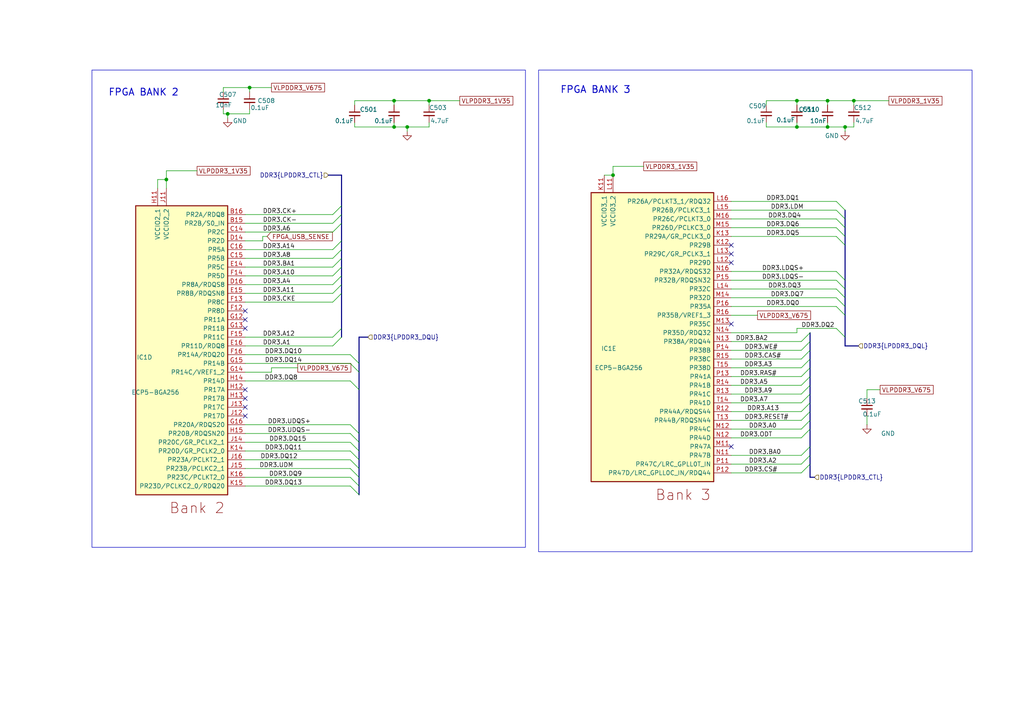
<source format=kicad_sch>
(kicad_sch (version 20250114) (generator "eeschema") (generator_version "9.0")
  (paper "A4")
  (lib_symbols
    (symbol "Device:C_Small" (pin_numbers (hide yes)) (pin_names (offset 0.254) (hide yes))
      (property "Reference" "C" (at 0.254 1.778 0))
      (property "Value" "C_Small" (at 0.254 -2.032 0))
      (symbol "C_Small_0_1"
        (polyline (pts (xy -1.524 0.508) (xy 1.524 0.508)) (stroke (width 0.3048)))
        (polyline (pts (xy -1.524 -0.508) (xy 1.524 -0.508)) (stroke (width 0.3302)))
      )
      (symbol "C_Small_1_1"
        (pin passive line (at 0 2.54 270) (length 2.032) (name "~") (number "1"))
        (pin passive line (at 0 -2.54 90) (length 2.032) (name "~") (number "2"))
      )
    )
    (symbol "iw-fpga_mcu:ECP5-BGA256" (pin_names (offset 0.762))
      (property "Reference" "IC" (at 1.27 45.72 0))
      (property "Value" "ECP5-BGA256" (at 1.27 43.18 0))
      (symbol "ECP5-BGA256_1_0"
        (rectangle (start -13.97 35.56) (end 13.97 -35.56) (stroke (width 0.3048)) (fill (type background)))
      )
      (symbol "ECP5-BGA256_1_1"
        (text "FPGA Supplies" (at 0 -39.37 0) (effects (font (size 2.9972 2.9972))))
        (pin power_in line (at -19.05 33.02 0) (length 5.08) (name "VCC_1") (number "G6"))
        (pin power_in line (at -19.05 30.48 0) (length 5.08) (name "VCC_2") (number "G7"))
        (pin power_in line (at -19.05 27.94 0) (length 5.08) (name "VCC_3") (number "G9"))
        (pin power_in line (at -19.05 25.4 0) (length 5.08) (name "VCC_4") (number "L8"))
        (pin power_in line (at -19.05 22.86 0) (length 5.08) (name "VCC_5") (number "L9"))
        (pin power_in line (at -19.05 20.32 0) (length 5.08) (name "VCC_6") (number "L10"))
        (pin power_in line (at -19.05 -30.48 0) (length 5.08) (name "VCCAUX_1") (number "G11"))
        (pin power_in line (at -19.05 -33.02 0) (length 5.08) (name "VCCAUX_2") (number "L7"))
        (pin power_in line (at 19.05 33.02 180) (length 5.08) (name "GND_1") (number "A1"))
        (pin power_in line (at 19.05 30.48 180) (length 5.08) (name "GND_2") (number "A16"))
        (pin power_in line (at 19.05 27.94 180) (length 5.08) (name "GND_3") (number "D2"))
        (pin power_in line (at 19.05 25.4 180) (length 5.08) (name "GND_4") (number "D15"))
        (pin power_in line (at 19.05 22.86 180) (length 5.08) (name "GND_5") (number "F8"))
        (pin power_in line (at 19.05 20.32 180) (length 5.08) (name "GND_6") (number "F9"))
        (pin power_in line (at 19.05 17.78 180) (length 5.08) (name "GND_7") (number "G8"))
        (pin power_in line (at 19.05 15.24 180) (length 5.08) (name "GND_8") (number "G10"))
        (pin power_in line (at 19.05 12.7 180) (length 5.08) (name "GND_9") (number "H1"))
        (pin power_in line (at 19.05 10.16 180) (length 5.08) (name "GND_10") (number "H8"))
        (pin power_in line (at 19.05 7.62 180) (length 5.08) (name "GND_11") (number "H9"))
        (pin power_in line (at 19.05 5.08 180) (length 5.08) (name "GND_12") (number "H10"))
        (pin power_in line (at 19.05 2.54 180) (length 5.08) (name "GND_13") (number "H16"))
        (pin power_in line (at 19.05 0 180) (length 5.08) (name "GND_14") (number "J8"))
        (pin power_in line (at 19.05 -2.54 180) (length 5.08) (name "GND_15") (number "J9"))
        (pin power_in line (at 19.05 -5.08 180) (length 5.08) (name "GND_16") (number "J10"))
        (pin power_in line (at 19.05 -7.62 180) (length 5.08) (name "GND_17") (number "K6"))
        (pin power_in line (at 19.05 -10.16 180) (length 5.08) (name "GND_18") (number "K7"))
        (pin power_in line (at 19.05 -12.7 180) (length 5.08) (name "GND_19") (number "K8"))
        (pin power_in line (at 19.05 -15.24 180) (length 5.08) (name "GND_20") (number "K9"))
        (pin power_in line (at 19.05 -17.78 180) (length 5.08) (name "GND_21") (number "K10"))
        (pin power_in line (at 19.05 -20.32 180) (length 5.08) (name "GND_22") (number "N2"))
        (pin power_in line (at 19.05 -22.86 180) (length 5.08) (name "GND_23") (number "N15"))
        (pin power_in line (at 19.05 -25.4 180) (length 5.08) (name "GND_24") (number "T1"))
        (pin power_in line (at 19.05 -27.94 180) (length 5.08) (name "GND_25") (number "T5"))
        (pin power_in line (at 19.05 -30.48 180) (length 5.08) (name "GND_26") (number "T12"))
        (pin power_in line (at 19.05 -33.02 180) (length 5.08) (name "GND_27") (number "T16"))
      )
      (symbol "ECP5-BGA256_2_1"
        (rectangle (start -19.05 31.75) (end 8.89 -31.75) (stroke (width 0.3048)) (fill (type background)))
        (text "Bank 0" (at 0 -35.56 0) (effects (font (size 2.9972 2.9972))))
        (pin power_in line (at -13.97 36.83 270) (length 5.08) (name "VCCIO0_2") (number "F7"))
        (pin power_in line (at -11.43 36.83 270) (length 5.08) (name "VCCIO0_1") (number "F6"))
        (pin bidirectional line (at 13.97 29.21 180) (length 5.08) (name "PT4A") (number "A2"))
        (pin bidirectional line (at 13.97 26.67 180) (length 5.08) (name "PT4B") (number "B3"))
        (pin bidirectional line (at 13.97 24.13 180) (length 5.08) (name "PT6A") (number "A3"))
        (pin bidirectional line (at 13.97 21.59 180) (length 5.08) (name "PT6B") (number "A4"))
        (pin bidirectional line (at 13.97 19.05 180) (length 5.08) (name "PT9A") (number "E4"))
        (pin bidirectional line (at 13.97 16.51 180) (length 5.08) (name "PT9B") (number "D4"))
        (pin bidirectional line (at 13.97 13.97 180) (length 5.08) (name "PT11A") (number "C4"))
        (pin bidirectional line (at 13.97 11.43 180) (length 5.08) (name "PT11B") (number "B4"))
        (pin bidirectional line (at 13.97 8.89 180) (length 5.08) (name "PT13A") (number "E5"))
        (pin bidirectional line (at 13.97 6.35 180) (length 5.08) (name "PT13B") (number "D5"))
        (pin bidirectional line (at 13.97 3.81 180) (length 5.08) (name "PT15A") (number "C5"))
        (pin bidirectional line (at 13.97 1.27 180) (length 5.08) (name "PT15B") (number "B5"))
        (pin bidirectional line (at 13.97 -1.27 180) (length 5.08) (name "PT18A") (number "A5"))
        (pin bidirectional line (at 13.97 -3.81 180) (length 5.08) (name "PT18B") (number "A6"))
        (pin bidirectional line (at 13.97 -6.35 180) (length 5.08) (name "PT20A") (number "E6"))
        (pin bidirectional line (at 13.97 -8.89 180) (length 5.08) (name "PT20B") (number "D6"))
        (pin bidirectional line (at 13.97 -11.43 180) (length 5.08) (name "PT22A") (number "C6"))
        (pin bidirectional line (at 13.97 -13.97 180) (length 5.08) (name "PT22B") (number "B6"))
        (pin bidirectional line (at 13.97 -16.51 180) (length 5.08) (name "PT24A/GR_PCLK0_1") (number "E7"))
        (pin bidirectional line (at 13.97 -19.05 180) (length 5.08) (name "PT24B/GR_PCLK0_0") (number "D7"))
        (pin bidirectional line (at 13.97 -21.59 180) (length 5.08) (name "PT27A/PCLKT0_1") (number "C7"))
        (pin bidirectional line (at 13.97 -24.13 180) (length 5.08) (name "PT27B/PCLKC0_1") (number "B7"))
        (pin bidirectional line (at 13.97 -26.67 180) (length 5.08) (name "PT29A/PCLKT0_0") (number "A7"))
        (pin bidirectional line (at 13.97 -29.21 180) (length 5.08) (name "PT29B/PCLKC0_0") (number "A8"))
      )
      (symbol "ECP5-BGA256_3_0"
        (rectangle (start -17.78 41.91) (end 8.89 -41.91) (stroke (width 0.3048)) (fill (type background)))
      )
      (symbol "ECP5-BGA256_3_1"
        (text "Bank 1" (at 0 -45.72 0) (effects (font (size 2.9972 2.9972))))
        (pin power_in line (at -13.97 46.99 270) (length 5.08) (name "VCCIO1_2") (number "F11"))
        (pin power_in line (at -11.43 46.99 270) (length 5.08) (name "VCCIO1_1") (number "F10"))
        (pin bidirectional line (at 13.97 39.37 180) (length 5.08) (name "PT33A/PCLKT1_1") (number "E8"))
        (pin bidirectional line (at 13.97 36.83 180) (length 5.08) (name "PT33B/PCLKC1_1") (number "D8"))
        (pin bidirectional line (at 13.97 34.29 180) (length 5.08) (name "PT35A/PCLKT1_0") (number "C8"))
        (pin bidirectional line (at 13.97 31.75 180) (length 5.08) (name "PT35B/PCLKC1_0") (number "B8"))
        (pin bidirectional line (at 13.97 29.21 180) (length 5.08) (name "PT38A/GR_PCLK1_0") (number "B9"))
        (pin bidirectional line (at 13.97 26.67 180) (length 5.08) (name "PT38B/GR_PCLK1_1") (number "C9"))
        (pin bidirectional line (at 13.97 24.13 180) (length 5.08) (name "PT40A") (number "D9"))
        (pin bidirectional line (at 13.97 21.59 180) (length 5.08) (name "PT40B") (number "E9"))
        (pin bidirectional line (at 13.97 19.05 180) (length 5.08) (name "PT42A") (number "A9"))
        (pin bidirectional line (at 13.97 16.51 180) (length 5.08) (name "PT42B") (number "A10"))
        (pin bidirectional line (at 13.97 13.97 180) (length 5.08) (name "PT44A") (number "B10"))
        (pin bidirectional line (at 13.97 11.43 180) (length 5.08) (name "PT44B") (number "C10"))
        (pin bidirectional line (at 13.97 8.89 180) (length 5.08) (name "PT47A") (number "D10"))
        (pin bidirectional line (at 13.97 6.35 180) (length 5.08) (name "PT47B") (number "E10"))
        (pin bidirectional line (at 13.97 3.81 180) (length 5.08) (name "PT49A") (number "B11"))
        (pin bidirectional line (at 13.97 1.27 180) (length 5.08) (name "PT49B") (number "C11"))
        (pin bidirectional line (at 13.97 -1.27 180) (length 5.08) (name "PT51A") (number "D11"))
        (pin bidirectional line (at 13.97 -3.81 180) (length 5.08) (name "PT51B") (number "E11"))
        (pin bidirectional line (at 13.97 -6.35 180) (length 5.08) (name "PT53A") (number "A11"))
        (pin bidirectional line (at 13.97 -8.89 180) (length 5.08) (name "PT53B") (number "A12"))
        (pin bidirectional line (at 13.97 -11.43 180) (length 5.08) (name "PT56A") (number "B12"))
        (pin bidirectional line (at 13.97 -13.97 180) (length 5.08) (name "PT56B") (number "C12"))
        (pin bidirectional line (at 13.97 -16.51 180) (length 5.08) (name "PT58A") (number "D12"))
        (pin bidirectional line (at 13.97 -19.05 180) (length 5.08) (name "PT58B") (number "E12"))
        (pin bidirectional line (at 13.97 -21.59 180) (length 5.08) (name "PT60A") (number "B13"))
        (pin bidirectional line (at 13.97 -24.13 180) (length 5.08) (name "PT60B") (number "C13"))
        (pin bidirectional line (at 13.97 -26.67 180) (length 5.08) (name "PT62A") (number "D13"))
        (pin bidirectional line (at 13.97 -29.21 180) (length 5.08) (name "PT62B") (number "E13"))
        (pin bidirectional line (at 13.97 -31.75 180) (length 5.08) (name "PT65A") (number "A13"))
        (pin bidirectional line (at 13.97 -34.29 180) (length 5.08) (name "PT65B") (number "A14"))
        (pin bidirectional line (at 13.97 -36.83 180) (length 5.08) (name "PT67A") (number "B14"))
        (pin bidirectional line (at 13.97 -39.37 180) (length 5.08) (name "PT67B") (number "A15"))
      )
      (symbol "ECP5-BGA256_4_1"
        (rectangle (start -17.78 41.91) (end 8.89 -41.91) (stroke (width 0.3048)) (fill (type background)))
        (text "Bank 2" (at 0 -45.72 0) (effects (font (size 2.9972 2.9972))))
        (pin power_in line (at -11.43 46.99 270) (length 5.08) (name "VCCIO2_1") (number "H11"))
        (pin power_in line (at -8.89 46.99 270) (length 5.08) (name "VCCIO2_2") (number "J11"))
        (pin bidirectional line (at 13.97 39.37 180) (length 5.08) (name "PR2A/RDQ8") (number "B16"))
        (pin bidirectional line (at 13.97 36.83 180) (length 5.08) (name "PR2B/S0_IN") (number "B15"))
        (pin bidirectional line (at 13.97 34.29 180) (length 5.08) (name "PR2C") (number "C14"))
        (pin bidirectional line (at 13.97 31.75 180) (length 5.08) (name "PR2D") (number "D14"))
        (pin bidirectional line (at 13.97 29.21 180) (length 5.08) (name "PR5A") (number "C16"))
        (pin bidirectional line (at 13.97 26.67 180) (length 5.08) (name "PR5B") (number "C15"))
        (pin bidirectional line (at 13.97 24.13 180) (length 5.08) (name "PR5C") (number "E14"))
        (pin bidirectional line (at 13.97 21.59 180) (length 5.08) (name "PR5D") (number "F14"))
        (pin bidirectional line (at 13.97 19.05 180) (length 5.08) (name "PR8A/RDQS8") (number "D16"))
        (pin bidirectional line (at 13.97 16.51 180) (length 5.08) (name "PR8B/RDQSN8") (number "E15"))
        (pin bidirectional line (at 13.97 13.97 180) (length 5.08) (name "PR8C") (number "F13"))
        (pin bidirectional line (at 13.97 11.43 180) (length 5.08) (name "PR8D") (number "F12"))
        (pin bidirectional line (at 13.97 8.89 180) (length 5.08) (name "PR11A") (number "G12"))
        (pin bidirectional line (at 13.97 6.35 180) (length 5.08) (name "PR11B") (number "G13"))
        (pin bidirectional line (at 13.97 3.81 180) (length 5.08) (name "PR11C") (number "F15"))
        (pin bidirectional line (at 13.97 1.27 180) (length 5.08) (name "PR11D/RDQ8") (number "E16"))
        (pin bidirectional line (at 13.97 -1.27 180) (length 5.08) (name "PR14A/RDQ20") (number "F16"))
        (pin bidirectional line (at 13.97 -3.81 180) (length 5.08) (name "PR14B") (number "G15"))
        (pin bidirectional line (at 13.97 -6.35 180) (length 5.08) (name "PR14C/VREF1_2") (number "G14"))
        (pin bidirectional line (at 13.97 -8.89 180) (length 5.08) (name "PR14D") (number "H14"))
        (pin bidirectional line (at 13.97 -11.43 180) (length 5.08) (name "PR17A") (number "H12"))
        (pin bidirectional line (at 13.97 -13.97 180) (length 5.08) (name "PR17B") (number "H13"))
        (pin bidirectional line (at 13.97 -16.51 180) (length 5.08) (name "PR17C") (number "J13"))
        (pin bidirectional line (at 13.97 -19.05 180) (length 5.08) (name "PR17D") (number "J12"))
        (pin bidirectional line (at 13.97 -21.59 180) (length 5.08) (name "PR20A/RDQS20") (number "G16"))
        (pin bidirectional line (at 13.97 -24.13 180) (length 5.08) (name "PR20B/RDQSN20") (number "H15"))
        (pin bidirectional line (at 13.97 -26.67 180) (length 5.08) (name "PR20C/GR_PCLK2_1") (number "J14"))
        (pin bidirectional line (at 13.97 -29.21 180) (length 5.08) (name "PR20D/GR_PCLK2_0") (number "K14"))
        (pin bidirectional line (at 13.97 -31.75 180) (length 5.08) (name "PR23A/PCLKT2_1") (number "J16"))
        (pin bidirectional line (at 13.97 -34.29 180) (length 5.08) (name "PR23B/PCLKC2_1") (number "J15"))
        (pin bidirectional line (at 13.97 -36.83 180) (length 5.08) (name "PR23C/PCLKT2_0") (number "K16"))
        (pin bidirectional line (at 13.97 -39.37 180) (length 5.08) (name "PR23D/PCLKC2_0/RDQ20") (number "K15"))
      )
      (symbol "ECP5-BGA256_5_0"
        (rectangle (start -26.67 41.91) (end 8.89 -41.91) (stroke (width 0.3048)) (fill (type background)))
      )
      (symbol "ECP5-BGA256_5_1"
        (text "Bank 3" (at 0 -45.72 0) (effects (font (size 2.9972 2.9972))))
        (pin power_in line (at -22.86 46.99 270) (length 5.08) (name "VCCIO3_1") (number "K11"))
        (pin power_in line (at -20.32 46.99 270) (length 5.08) (name "VCCIO3_2") (number "L11"))
        (pin bidirectional line (at 13.97 39.37 180) (length 5.08) (name "PR26A/PCLKT3_1/RDQ32") (number "L16"))
        (pin bidirectional line (at 13.97 36.83 180) (length 5.08) (name "PR26B/PCLKC3_1") (number "L15"))
        (pin bidirectional line (at 13.97 34.29 180) (length 5.08) (name "PR26C/PCLKT3_0") (number "M16"))
        (pin bidirectional line (at 13.97 31.75 180) (length 5.08) (name "PR26D/PCLKC3_0") (number "M15"))
        (pin bidirectional line (at 13.97 29.21 180) (length 5.08) (name "PR29A/GR_PCLK3_0") (number "K13"))
        (pin bidirectional line (at 13.97 26.67 180) (length 5.08) (name "PR29B") (number "K12"))
        (pin bidirectional line (at 13.97 24.13 180) (length 5.08) (name "PR29C/GR_PCLK3_1") (number "L13"))
        (pin bidirectional line (at 13.97 21.59 180) (length 5.08) (name "PR29D") (number "L12"))
        (pin bidirectional line (at 13.97 19.05 180) (length 5.08) (name "PR32A/RDQS32") (number "N16"))
        (pin bidirectional line (at 13.97 16.51 180) (length 5.08) (name "PR32B/RDQSN32") (number "P15"))
        (pin bidirectional line (at 13.97 13.97 180) (length 5.08) (name "PR32C") (number "L14"))
        (pin bidirectional line (at 13.97 11.43 180) (length 5.08) (name "PR32D") (number "M14"))
        (pin bidirectional line (at 13.97 8.89 180) (length 5.08) (name "PR35A") (number "P16"))
        (pin bidirectional line (at 13.97 6.35 180) (length 5.08) (name "PR35B/VREF1_3") (number "R16"))
        (pin bidirectional line (at 13.97 3.81 180) (length 5.08) (name "PR35C") (number "M13"))
        (pin bidirectional line (at 13.97 1.27 180) (length 5.08) (name "PR35D/RDQ32") (number "N14"))
        (pin bidirectional line (at 13.97 -1.27 180) (length 5.08) (name "PR38A/RDQ44") (number "N13"))
        (pin bidirectional line (at 13.97 -3.81 180) (length 5.08) (name "PR38B") (number "P14"))
        (pin bidirectional line (at 13.97 -6.35 180) (length 5.08) (name "PR38C") (number "R15"))
        (pin bidirectional line (at 13.97 -8.89 180) (length 5.08) (name "PR38D") (number "T15"))
        (pin bidirectional line (at 13.97 -11.43 180) (length 5.08) (name "PR41A") (number "P13"))
        (pin bidirectional line (at 13.97 -13.97 180) (length 5.08) (name "PR41B") (number "R14"))
        (pin bidirectional line (at 13.97 -16.51 180) (length 5.08) (name "PR41C") (number "R13"))
        (pin bidirectional line (at 13.97 -19.05 180) (length 5.08) (name "PR41D") (number "T14"))
        (pin bidirectional line (at 13.97 -21.59 180) (length 5.08) (name "PR44A/RDQS44") (number "R12"))
        (pin bidirectional line (at 13.97 -24.13 180) (length 5.08) (name "PR44B/RDQSN44") (number "T13"))
        (pin bidirectional line (at 13.97 -26.67 180) (length 5.08) (name "PR44C") (number "M12"))
        (pin bidirectional line (at 13.97 -29.21 180) (length 5.08) (name "PR44D") (number "N12"))
        (pin bidirectional line (at 13.97 -31.75 180) (length 5.08) (name "PR47A") (number "M11"))
        (pin bidirectional line (at 13.97 -34.29 180) (length 5.08) (name "PR47B") (number "N11"))
        (pin bidirectional line (at 13.97 -36.83 180) (length 5.08) (name "PR47C/LRC_GPLL0T_IN") (number "P11"))
        (pin bidirectional line (at 13.97 -39.37 180) (length 5.08) (name "PR47D/LRC_GPLL0C_IN/RDQ44") (number "P12"))
      )
      (symbol "ECP5-BGA256_6_1"
        (rectangle (start -20.32 41.91) (end 8.89 -41.91) (stroke (width 0.3048)) (fill (type background)))
        (text "Bank 6" (at 0 -45.72 0) (effects (font (size 2.9972 2.9972))))
        (pin power_in line (at -13.97 46.99 270) (length 5.08) (name "VCCIO6_1") (number "J6"))
        (pin power_in line (at -11.43 46.99 270) (length 5.08) (name "VCCIO6_2") (number "J7"))
        (pin bidirectional line (at 13.97 39.37 180) (length 5.08) (name "PL26A/LDQ32/PCLKT6_1") (number "L1"))
        (pin bidirectional line (at 13.97 36.83 180) (length 5.08) (name "PL26B/PCLKC6_1") (number "L2"))
        (pin bidirectional line (at 13.97 34.29 180) (length 5.08) (name "PL26C/PCLKT6_0") (number "M1"))
        (pin bidirectional line (at 13.97 31.75 180) (length 5.08) (name "PL26D/PCLKC6_0") (number "M2"))
        (pin bidirectional line (at 13.97 29.21 180) (length 5.08) (name "PL29A/GR_PCLK6_0") (number "K4"))
        (pin bidirectional line (at 13.97 26.67 180) (length 5.08) (name "PL29B") (number "K5"))
        (pin bidirectional line (at 13.97 24.13 180) (length 5.08) (name "PL29C/PL29C") (number "L4"))
        (pin bidirectional line (at 13.97 21.59 180) (length 5.08) (name "PL29D") (number "L5"))
        (pin bidirectional line (at 13.97 19.05 180) (length 5.08) (name "PL32A/LDQS32") (number "N1"))
        (pin bidirectional line (at 13.97 16.51 180) (length 5.08) (name "PL32B/LDQSN32") (number "P2"))
        (pin bidirectional line (at 13.97 13.97 180) (length 5.08) (name "PL32C") (number "L3"))
        (pin bidirectional line (at 13.97 11.43 180) (length 5.08) (name "PL32D") (number "M3"))
        (pin bidirectional line (at 13.97 8.89 180) (length 5.08) (name "PL35A") (number "P1"))
        (pin bidirectional line (at 13.97 6.35 180) (length 5.08) (name "PL35B/VREF1_6") (number "R1"))
        (pin bidirectional line (at 13.97 3.81 180) (length 5.08) (name "PL35C") (number "M4"))
        (pin bidirectional line (at 13.97 1.27 180) (length 5.08) (name "PL35D") (number "N3"))
        (pin bidirectional line (at 13.97 -1.27 180) (length 5.08) (name "PL38A/LDQ44") (number "N4"))
        (pin bidirectional line (at 13.97 -3.81 180) (length 5.08) (name "PL38B") (number "P3"))
        (pin bidirectional line (at 13.97 -6.35 180) (length 5.08) (name "PL38C") (number "R2"))
        (pin bidirectional line (at 13.97 -8.89 180) (length 5.08) (name "PL38D") (number "T2"))
        (pin bidirectional line (at 13.97 -11.43 180) (length 5.08) (name "PL44A/LDQS44") (number "R5"))
        (pin bidirectional line (at 13.97 -13.97 180) (length 5.08) (name "PL44B/LDQSN44") (number "T4"))
        (pin bidirectional line (at 13.97 -16.51 180) (length 5.08) (name "PL44C") (number "M5"))
        (pin bidirectional line (at 13.97 -19.05 180) (length 5.08) (name "PL44D") (number "N5"))
        (pin bidirectional line (at 13.97 -21.59 180) (length 5.08) (name "PL41A") (number "P4"))
        (pin bidirectional line (at 13.97 -24.13 180) (length 5.08) (name "PL41B") (number "R3"))
        (pin bidirectional line (at 13.97 -26.67 180) (length 5.08) (name "PL41C") (number "R4"))
        (pin bidirectional line (at 13.97 -29.21 180) (length 5.08) (name "PL41D") (number "T3"))
        (pin bidirectional line (at 13.97 -31.75 180) (length 5.08) (name "PL47A") (number "M6"))
        (pin bidirectional line (at 13.97 -34.29 180) (length 5.08) (name "PL47B") (number "N6"))
        (pin bidirectional line (at 13.97 -36.83 180) (length 5.08) (name "PL47D/LLC_GPLL0C_IN") (number "P5"))
        (pin bidirectional line (at 13.97 -39.37 180) (length 5.08) (name "PL47C/LLC_GPLL0T_IN") (number "P6"))
      )
      (symbol "ECP5-BGA256_7_1"
        (rectangle (start -25.4 41.91) (end 8.89 -41.91) (stroke (width 0.3048)) (fill (type background)))
        (text "Bank 7" (at 0 -45.72 0) (effects (font (size 2.9972 2.9972))))
        (pin power_in line (at -12.7 46.99 270) (length 5.08) (name "VCCIO7_2") (number "H7"))
        (pin power_in line (at -10.16 46.99 270) (length 5.08) (name "VCCIO7_1") (number "H6"))
        (pin bidirectional line (at 13.97 39.37 180) (length 5.08) (name "PL2A/LDQ8") (number "B1"))
        (pin bidirectional line (at 13.97 36.83 180) (length 5.08) (name "PL2B") (number "B2"))
        (pin bidirectional line (at 13.97 34.29 180) (length 5.08) (name "PL2C") (number "C3"))
        (pin bidirectional line (at 13.97 31.75 180) (length 5.08) (name "PL2D") (number "D3"))
        (pin bidirectional line (at 13.97 29.21 180) (length 5.08) (name "PL5A") (number "C1"))
        (pin bidirectional line (at 13.97 26.67 180) (length 5.08) (name "PL5B") (number "C2"))
        (pin bidirectional line (at 13.97 24.13 180) (length 5.08) (name "PL5C") (number "E3"))
        (pin bidirectional line (at 13.97 21.59 180) (length 5.08) (name "PL5D") (number "F3"))
        (pin bidirectional line (at 13.97 19.05 180) (length 5.08) (name "PL8A/LDQS8") (number "D1"))
        (pin bidirectional line (at 13.97 16.51 180) (length 5.08) (name "PL8B/LDQSN8") (number "E2"))
        (pin bidirectional line (at 13.97 13.97 180) (length 5.08) (name "PL8C") (number "F4"))
        (pin bidirectional line (at 13.97 11.43 180) (length 5.08) (name "PL8D") (number "F5"))
        (pin bidirectional line (at 13.97 8.89 180) (length 5.08) (name "PL11A") (number "G5"))
        (pin bidirectional line (at 13.97 6.35 180) (length 5.08) (name "PL11B") (number "G4"))
        (pin bidirectional line (at 13.97 3.81 180) (length 5.08) (name "PL11C") (number "F2"))
        (pin bidirectional line (at 13.97 1.27 180) (length 5.08) (name "PL11D/LDQ8") (number "E1"))
        (pin bidirectional line (at 13.97 -1.27 180) (length 5.08) (name "PL14A/LDQ20") (number "F1"))
        (pin bidirectional line (at 13.97 -3.81 180) (length 5.08) (name "PL14B") (number "G2"))
        (pin bidirectional line (at 13.97 -6.35 180) (length 5.08) (name "PL14C") (number "G3"))
        (pin bidirectional line (at 13.97 -8.89 180) (length 5.08) (name "PL14D") (number "H3"))
        (pin bidirectional line (at 13.97 -11.43 180) (length 5.08) (name "PL17A") (number "H5"))
        (pin bidirectional line (at 13.97 -13.97 180) (length 5.08) (name "PL17B") (number "H4"))
        (pin bidirectional line (at 13.97 -16.51 180) (length 5.08) (name "PL17C") (number "J4"))
        (pin bidirectional line (at 13.97 -19.05 180) (length 5.08) (name "PL17D") (number "J5"))
        (pin bidirectional line (at 13.97 -21.59 180) (length 5.08) (name "PL20A/GR_PCLK7_1/LDQSN20") (number "G1"))
        (pin bidirectional line (at 13.97 -24.13 180) (length 5.08) (name "PL20B/LDQS20") (number "H2"))
        (pin bidirectional line (at 13.97 -26.67 180) (length 5.08) (name "PL20C/GR_PCLK7_0") (number "J3"))
        (pin bidirectional line (at 13.97 -29.21 180) (length 5.08) (name "PL20D") (number "K3"))
        (pin bidirectional line (at 13.97 -31.75 180) (length 5.08) (name "PL23A/PCLKT7_1") (number "J1"))
        (pin bidirectional line (at 13.97 -34.29 180) (length 5.08) (name "PL23B/PCLKC7_1") (number "J2"))
        (pin bidirectional line (at 13.97 -36.83 180) (length 5.08) (name "PL23C/PCLKT7_0") (number "K1"))
        (pin bidirectional line (at 13.97 -39.37 180) (length 5.08) (name "PL23D/PCLKC7_0/LDQ20") (number "K2"))
      )
      (symbol "ECP5-BGA256_8_0"
        (text "Bank 8 (Config)" (at 0 -43.18 0) (effects (font (size 2.9972 2.9972))))
      )
      (symbol "ECP5-BGA256_8_1"
        (rectangle (start -15.24 39.37) (end 15.24 -39.37) (stroke (width 0.3048)) (fill (type background)))
        (pin power_in line (at -10.16 44.45 270) (length 5.08) (name "VCCIO8") (number "L6"))
        (pin bidirectional line (at 20.32 36.83 180) (length 5.08) (name "D7/PB4A") (number "T6"))
        (pin bidirectional line (at 20.32 34.29 180) (length 5.08) (name "D6/PB4B") (number "R6"))
        (pin bidirectional line (at 20.32 31.75 180) (length 5.08) (name "D5/MISO2/IO5/PB6A") (number "R7"))
        (pin bidirectional line (at 20.32 29.21 180) (length 5.08) (name "D4/MOSI2/IO4/PB6B") (number "P7"))
        (pin bidirectional line (at 20.32 26.67 180) (length 5.08) (name "D3/IO3/PB9A") (number "N7"))
        (pin bidirectional line (at 20.32 24.13 180) (length 5.08) (name "D2/IO2/PB9B") (number "M7"))
        (pin bidirectional line (at 20.32 21.59 180) (length 5.08) (name "D1/POCI/IO1/PB11A") (number "T7"))
        (pin bidirectional line (at 20.32 19.05 180) (length 5.08) (name "D0/PICO/IO0/PB11B") (number "T8"))
        (pin bidirectional line (at 20.32 16.51 180) (length 5.08) (name "~{CS}/~{S}/PB13A") (number "R8"))
        (pin bidirectional line (at 20.32 13.97 180) (length 5.08) (name "~{CS1}/PB13B") (number "P8"))
        (pin bidirectional line (at 20.32 11.43 180) (length 5.08) (name "~{HOLD}/DI/BUSY/~{CSSPI}/PB15A") (number "N8"))
        (pin bidirectional line (at 20.32 8.89 180) (length 5.08) (name "DOUT/~{CSO}/PB15B") (number "M8"))
        (pin bidirectional line (at 20.32 6.35 180) (length 5.08) (name "~{WRITE}/PB18A") (number "M9"))
        (pin input line (at 20.32 -1.27 180) (length 5.08) (name "TMS") (number "T11"))
        (pin input line (at 20.32 -3.81 180) (length 5.08) (name "TCK") (number "T10"))
        (pin input line (at 20.32 -6.35 180) (length 5.08) (name "TDI") (number "R11"))
        (pin output line (at 20.32 -8.89 180) (length 5.08) (name "TDO") (number "M10"))
        (pin bidirectional line (at 20.32 -15.24 180) (length 5.08) (name "MCLK/SCK/CCLK") (number "N9"))
        (pin input line (at 20.32 -20.32 180) (length 5.08) (name "CFG0") (number "N10"))
        (pin input line (at 20.32 -22.86 180) (length 5.08) (name "CFG1") (number "P10"))
        (pin input line (at 20.32 -25.4 180) (length 5.08) (name "CFG2") (number "R10"))
        (pin bidirectional line (at 20.32 -31.75 180) (length 5.08) (name "DONE") (number "P9"))
        (pin bidirectional line (at 20.32 -34.29 180) (length 5.08) (name "~{INIT}") (number "T9"))
        (pin bidirectional line (at 20.32 -36.83 180) (length 5.08) (name "~{PROGRAM}") (number "R9"))
      )
    )
    (symbol "power:GND" (power) (pin_numbers (hide yes)) (pin_names (offset 0) (hide yes))
      (property "Value" "GND" (at 0 -3.81 0))
      (symbol "GND_0_1"
        (polyline (pts (xy 0 0) (xy 0 -1.27) (xy 1.27 -1.27) (xy 0 -2.54) (xy -1.27 -1.27) (xy 0 -1.27)))
      )
      (symbol "GND_1_1"
        (pin power_in line (at 0 0 270) (length 0) (name "~") (number "1"))
      )
    )
  )
  (rectangle (start 26.67 20.32) (end 152.4 158.75))
  (rectangle (start 156.21 20.32) (end 281.94 160.02))
  (text "FPGA BANK 3\n" (at 172.72 26.162 0) (effects (font (size 2 2) (thickness 0.254) (bold yes))))
  (text "FPGA BANK 2" (at 41.656 26.924 0) (effects (font (size 2 2) (thickness 0.254) (bold yes))))
  (junction (at 66.04 33.02))
  (junction (at 231.14 36.83))
  (junction (at 240.03 29.21))
  (junction (at 177.8 50.8))
  (junction (at 118.11 36.83))
  (junction (at 231.14 29.21))
  (junction (at 247.65 29.21))
  (junction (at 48.26 52.07))
  (junction (at 114.3 29.21))
  (junction (at 240.03 36.83))
  (junction (at 124.46 29.21))
  (junction (at 114.3 36.83))
  (junction (at 245.11 36.83))
  (junction (at 72.39 25.4))
  (no_connect (at 212.09 73.66))
  (no_connect (at 212.09 76.2))
  (no_connect (at 71.12 120.65))
  (no_connect (at 71.12 115.57))
  (no_connect (at 212.09 71.12))
  (no_connect (at 71.12 95.25))
  (no_connect (at 212.09 129.54))
  (no_connect (at 212.09 93.98))
  (no_connect (at 71.12 118.11))
  (no_connect (at 71.12 90.17))
  (no_connect (at 71.12 113.03))
  (no_connect (at 71.12 92.71))
  (bus_entry (at 99.06 97.79) (size -2.54 2.54))
  (bus_entry (at 99.06 80.01) (size -2.54 2.54))
  (bus_entry (at 104.14 107.95) (size -2.54 -2.54))
  (bus_entry (at 245.11 68.58) (size -2.54 -2.54))
  (bus_entry (at 245.11 71.12) (size -2.54 -2.54))
  (bus_entry (at 234.95 114.3) (size -2.54 2.54))
  (bus_entry (at 99.06 69.85) (size -2.54 2.54))
  (bus_entry (at 234.95 101.6) (size -2.54 2.54))
  (bus_entry (at 99.06 85.09) (size -2.54 2.54))
  (bus_entry (at 234.95 111.76) (size -2.54 2.54))
  (bus_entry (at 234.95 134.62) (size -2.54 2.54))
  (bus_entry (at 104.14 113.03) (size -2.54 -2.54))
  (bus_entry (at 234.95 119.38) (size -2.54 2.54))
  (bus_entry (at 99.06 72.39) (size -2.54 2.54))
  (bus_entry (at 104.14 128.27) (size -2.54 -2.54))
  (bus_entry (at 234.95 109.22) (size -2.54 2.54))
  (bus_entry (at 104.14 105.41) (size -2.54 -2.54))
  (bus_entry (at 245.11 83.82) (size -2.54 -2.54))
  (bus_entry (at 242.57 60.96) (size 2.54 2.54))
  (bus_entry (at 234.95 106.68) (size -2.54 2.54))
  (bus_entry (at 99.06 62.23) (size -2.54 2.54))
  (bus_entry (at 234.95 99.06) (size -2.54 2.54))
  (bus_entry (at 99.06 59.69) (size -2.54 2.54))
  (bus_entry (at 234.95 129.54) (size -2.54 2.54))
  (bus_entry (at 245.11 81.28) (size -2.54 -2.54))
  (bus_entry (at 99.06 82.55) (size -2.54 2.54))
  (bus_entry (at 234.95 104.14) (size -2.54 2.54))
  (bus_entry (at 104.14 135.89) (size -2.54 -2.54))
  (bus_entry (at 99.06 64.77) (size -2.54 2.54))
  (bus_entry (at 245.11 91.44) (size -2.54 -2.54))
  (bus_entry (at 234.95 116.84) (size -2.54 2.54))
  (bus_entry (at 234.95 132.08) (size -2.54 2.54))
  (bus_entry (at 101.6 140.97) (size 2.54 2.54))
  (bus_entry (at 99.06 74.93) (size -2.54 2.54))
  (bus_entry (at 234.95 121.92) (size -2.54 2.54))
  (bus_entry (at 104.14 133.35) (size -2.54 -2.54))
  (bus_entry (at 99.06 95.25) (size -2.54 2.54))
  (bus_entry (at 234.95 124.46) (size -2.54 2.54))
  (bus_entry (at 101.6 123.19) (size 2.54 2.54))
  (bus_entry (at 104.14 130.81) (size -2.54 -2.54))
  (bus_entry (at 104.14 138.43) (size -2.54 -2.54))
  (bus_entry (at 245.11 97.79) (size -2.54 -2.54))
  (bus_entry (at 99.06 77.47) (size -2.54 2.54))
  (bus_entry (at 245.11 60.96) (size -2.54 -2.54))
  (bus_entry (at 245.11 66.04) (size -2.54 -2.54))
  (bus_entry (at 245.11 88.9) (size -2.54 -2.54))
  (bus_entry (at 234.95 96.52) (size -2.54 2.54))
  (bus_entry (at 245.11 86.36) (size -2.54 -2.54))
  (bus_entry (at 104.14 140.97) (size -2.54 -2.54))
  (wire (pts (xy 64.77 25.4) (xy 72.39 25.4)))
  (wire (pts (xy 118.11 36.83) (xy 114.3 36.83)))
  (wire (pts (xy 71.12 130.81) (xy 101.6 130.81)))
  (wire (pts (xy 71.12 138.43) (xy 101.6 138.43)))
  (bus (pts (xy 99.06 74.93) (xy 99.06 77.47)))
  (wire (pts (xy 66.04 34.29) (xy 66.04 33.02)))
  (bus (pts (xy 99.06 59.69) (xy 99.06 62.23)))
  (wire (pts (xy 212.09 78.74) (xy 242.57 78.74)))
  (wire (pts (xy 78.74 106.68) (xy 78.74 107.95)))
  (wire (pts (xy 175.26 50.8) (xy 177.8 50.8)))
  (wire (pts (xy 240.03 36.83) (xy 245.11 36.83)))
  (bus (pts (xy 245.11 88.9) (xy 245.11 91.44)))
  (wire (pts (xy 212.09 124.46) (xy 232.41 124.46)))
  (wire (pts (xy 45.72 52.07) (xy 45.72 54.61)))
  (wire (pts (xy 124.46 36.83) (xy 118.11 36.83)))
  (wire (pts (xy 212.09 60.96) (xy 242.57 60.96)))
  (wire (pts (xy 71.12 135.89) (xy 101.6 135.89)))
  (bus (pts (xy 245.11 63.5) (xy 245.11 60.96)))
  (bus (pts (xy 99.06 50.8) (xy 95.25 50.8)))
  (bus (pts (xy 245.11 83.82) (xy 245.11 86.36)))
  (wire (pts (xy 177.8 48.26) (xy 177.8 50.8)))
  (wire (pts (xy 222.25 29.21) (xy 222.25 30.48)))
  (bus (pts (xy 99.06 82.55) (xy 99.06 85.09)))
  (bus (pts (xy 234.95 116.84) (xy 234.95 119.38)))
  (wire (pts (xy 76.2 69.85) (xy 71.12 69.85)))
  (wire (pts (xy 231.14 36.83) (xy 240.03 36.83)))
  (wire (pts (xy 71.12 80.01) (xy 96.52 80.01)))
  (wire (pts (xy 212.09 132.08) (xy 232.41 132.08)))
  (wire (pts (xy 247.65 29.21) (xy 247.65 30.48)))
  (wire (pts (xy 251.46 120.65) (xy 251.46 123.19)))
  (wire (pts (xy 212.09 104.14) (xy 232.41 104.14)))
  (wire (pts (xy 114.3 36.83) (xy 102.87 36.83)))
  (wire (pts (xy 72.39 25.4) (xy 72.39 26.67)))
  (wire (pts (xy 71.12 87.63) (xy 96.52 87.63)))
  (bus (pts (xy 234.95 124.46) (xy 234.95 129.54)))
  (bus (pts (xy 99.06 64.77) (xy 99.06 69.85)))
  (wire (pts (xy 212.09 63.5) (xy 242.57 63.5)))
  (bus (pts (xy 99.06 69.85) (xy 99.06 72.39)))
  (bus (pts (xy 234.95 121.92) (xy 234.95 124.46)))
  (bus (pts (xy 104.14 140.97) (xy 104.14 143.51)))
  (wire (pts (xy 231.14 35.56) (xy 231.14 36.83)))
  (bus (pts (xy 104.14 133.35) (xy 104.14 130.81)))
  (bus (pts (xy 104.14 105.41) (xy 104.14 97.79)))
  (wire (pts (xy 71.12 97.79) (xy 96.52 97.79)))
  (bus (pts (xy 99.06 50.8) (xy 99.06 59.69)))
  (wire (pts (xy 71.12 105.41) (xy 101.6 105.41)))
  (bus (pts (xy 104.14 113.03) (xy 104.14 125.73)))
  (bus (pts (xy 245.11 68.58) (xy 245.11 66.04)))
  (bus (pts (xy 245.11 97.79) (xy 245.11 91.44)))
  (wire (pts (xy 102.87 30.48) (xy 102.87 29.21)))
  (bus (pts (xy 104.14 138.43) (xy 104.14 135.89)))
  (bus (pts (xy 234.95 132.08) (xy 234.95 134.62)))
  (bus (pts (xy 104.14 107.95) (xy 104.14 113.03)))
  (bus (pts (xy 234.95 109.22) (xy 234.95 111.76)))
  (wire (pts (xy 231.14 36.83) (xy 222.25 36.83)))
  (bus (pts (xy 234.95 134.62) (xy 234.95 138.43)))
  (wire (pts (xy 71.12 128.27) (xy 101.6 128.27)))
  (bus (pts (xy 104.14 128.27) (xy 104.14 125.73)))
  (wire (pts (xy 124.46 29.21) (xy 124.46 30.48)))
  (bus (pts (xy 234.95 129.54) (xy 234.95 132.08)))
  (wire (pts (xy 71.12 82.55) (xy 96.52 82.55)))
  (wire (pts (xy 212.09 86.36) (xy 242.57 86.36)))
  (wire (pts (xy 212.09 58.42) (xy 242.57 58.42)))
  (wire (pts (xy 212.09 81.28) (xy 242.57 81.28)))
  (wire (pts (xy 48.26 52.07) (xy 45.72 52.07)))
  (wire (pts (xy 102.87 35.56) (xy 102.87 36.83)))
  (wire (pts (xy 212.09 99.06) (xy 232.41 99.06)))
  (wire (pts (xy 251.46 113.03) (xy 251.46 115.57)))
  (wire (pts (xy 48.26 49.53) (xy 48.26 52.07)))
  (wire (pts (xy 64.77 31.75) (xy 64.77 33.02)))
  (wire (pts (xy 251.46 113.03) (xy 255.27 113.03)))
  (bus (pts (xy 234.95 119.38) (xy 234.95 121.92)))
  (wire (pts (xy 114.3 35.56) (xy 114.3 36.83)))
  (wire (pts (xy 212.09 96.52) (xy 231.14 96.52)))
  (wire (pts (xy 212.09 101.6) (xy 232.41 101.6)))
  (wire (pts (xy 240.03 30.48) (xy 240.03 29.21)))
  (wire (pts (xy 222.25 35.56) (xy 222.25 36.83)))
  (bus (pts (xy 245.11 71.12) (xy 245.11 68.58)))
  (wire (pts (xy 71.12 62.23) (xy 96.52 62.23)))
  (wire (pts (xy 71.12 72.39) (xy 96.52 72.39)))
  (wire (pts (xy 212.09 83.82) (xy 242.57 83.82)))
  (wire (pts (xy 71.12 125.73) (xy 101.6 125.73)))
  (wire (pts (xy 64.77 33.02) (xy 66.04 33.02)))
  (wire (pts (xy 71.12 123.19) (xy 101.6 123.19)))
  (wire (pts (xy 78.74 106.68) (xy 86.36 106.68)))
  (wire (pts (xy 71.12 67.31) (xy 96.52 67.31)))
  (wire (pts (xy 212.09 119.38) (xy 232.41 119.38)))
  (wire (pts (xy 212.09 111.76) (xy 232.41 111.76)))
  (wire (pts (xy 78.74 107.95) (xy 71.12 107.95)))
  (bus (pts (xy 104.14 105.41) (xy 104.14 107.95)))
  (wire (pts (xy 212.09 134.62) (xy 232.41 134.62)))
  (bus (pts (xy 234.95 111.76) (xy 234.95 114.3)))
  (bus (pts (xy 245.11 81.28) (xy 245.11 83.82)))
  (wire (pts (xy 102.87 29.21) (xy 114.3 29.21)))
  (wire (pts (xy 118.11 38.1) (xy 118.11 36.83)))
  (wire (pts (xy 231.14 29.21) (xy 240.03 29.21)))
  (wire (pts (xy 72.39 31.75) (xy 72.39 33.02)))
  (wire (pts (xy 212.09 68.58) (xy 242.57 68.58)))
  (wire (pts (xy 71.12 74.93) (xy 96.52 74.93)))
  (wire (pts (xy 124.46 35.56) (xy 124.46 36.83)))
  (bus (pts (xy 234.95 96.52) (xy 234.95 99.06)))
  (wire (pts (xy 212.09 114.3) (xy 232.41 114.3)))
  (bus (pts (xy 104.14 97.79) (xy 106.68 97.79)))
  (wire (pts (xy 124.46 29.21) (xy 133.35 29.21)))
  (wire (pts (xy 71.12 133.35) (xy 101.6 133.35)))
  (wire (pts (xy 72.39 25.4) (xy 78.74 25.4)))
  (bus (pts (xy 248.92 100.33) (xy 245.11 100.33)))
  (bus (pts (xy 99.06 62.23) (xy 99.06 64.77)))
  (wire (pts (xy 212.09 116.84) (xy 232.41 116.84)))
  (wire (pts (xy 212.09 106.68) (xy 232.41 106.68)))
  (bus (pts (xy 245.11 71.12) (xy 245.11 81.28)))
  (bus (pts (xy 234.95 106.68) (xy 234.95 109.22)))
  (bus (pts (xy 99.06 72.39) (xy 99.06 74.93)))
  (wire (pts (xy 231.14 30.48) (xy 231.14 29.21)))
  (wire (pts (xy 240.03 35.56) (xy 240.03 36.83)))
  (wire (pts (xy 71.12 102.87) (xy 101.6 102.87)))
  (wire (pts (xy 71.12 140.97) (xy 101.6 140.97)))
  (bus (pts (xy 234.95 101.6) (xy 234.95 104.14)))
  (wire (pts (xy 242.57 95.25) (xy 231.14 95.25)))
  (bus (pts (xy 104.14 135.89) (xy 104.14 133.35)))
  (wire (pts (xy 114.3 30.48) (xy 114.3 29.21)))
  (wire (pts (xy 57.15 49.53) (xy 48.26 49.53)))
  (wire (pts (xy 64.77 25.4) (xy 64.77 26.67)))
  (wire (pts (xy 212.09 88.9) (xy 242.57 88.9)))
  (wire (pts (xy 71.12 85.09) (xy 96.52 85.09)))
  (wire (pts (xy 247.65 35.56) (xy 247.65 36.83)))
  (wire (pts (xy 114.3 29.21) (xy 124.46 29.21)))
  (wire (pts (xy 247.65 36.83) (xy 245.11 36.83)))
  (wire (pts (xy 177.8 48.26) (xy 186.69 48.26)))
  (bus (pts (xy 234.95 114.3) (xy 234.95 116.84)))
  (bus (pts (xy 99.06 77.47) (xy 99.06 80.01)))
  (wire (pts (xy 71.12 100.33) (xy 96.52 100.33)))
  (bus (pts (xy 104.14 140.97) (xy 104.14 138.43)))
  (bus (pts (xy 99.06 95.25) (xy 99.06 97.79)))
  (wire (pts (xy 212.09 66.04) (xy 242.57 66.04)))
  (wire (pts (xy 212.09 91.44) (xy 219.71 91.44)))
  (wire (pts (xy 245.11 38.1) (xy 245.11 36.83)))
  (bus (pts (xy 99.06 85.09) (xy 99.06 95.25)))
  (bus (pts (xy 234.95 104.14) (xy 234.95 106.68)))
  (wire (pts (xy 212.09 109.22) (xy 232.41 109.22)))
  (wire (pts (xy 231.14 29.21) (xy 222.25 29.21)))
  (bus (pts (xy 99.06 80.01) (xy 99.06 82.55)))
  (wire (pts (xy 212.09 127) (xy 232.41 127)))
  (bus (pts (xy 245.11 86.36) (xy 245.11 88.9)))
  (wire (pts (xy 76.2 68.58) (xy 76.2 69.85)))
  (wire (pts (xy 231.14 95.25) (xy 231.14 96.52)))
  (wire (pts (xy 66.04 33.02) (xy 72.39 33.02)))
  (bus (pts (xy 245.11 66.04) (xy 245.11 63.5)))
  (wire (pts (xy 212.09 137.16) (xy 232.41 137.16)))
  (wire (pts (xy 71.12 64.77) (xy 96.52 64.77)))
  (wire (pts (xy 247.65 29.21) (xy 257.81 29.21)))
  (bus (pts (xy 104.14 130.81) (xy 104.14 128.27)))
  (bus (pts (xy 234.95 99.06) (xy 234.95 101.6)))
  (bus (pts (xy 236.22 138.43) (xy 234.95 138.43)))
  (wire (pts (xy 48.26 52.07) (xy 48.26 54.61)))
  (wire (pts (xy 71.12 77.47) (xy 96.52 77.47)))
  (wire (pts (xy 240.03 29.21) (xy 247.65 29.21)))
  (bus (pts (xy 245.11 100.33) (xy 245.11 97.79)))
  (wire (pts (xy 212.09 121.92) (xy 232.41 121.92)))
  (wire (pts (xy 71.12 110.49) (xy 101.6 110.49)))
  (wire (pts (xy 76.2 68.58) (xy 77.47 68.58)))
  (label "DDR3.CKE" (at 76.2 87.63 0))
  (label "DDR3.DQ0" (at 222.25 88.9 0))
  (label "DDR3.CS#" (at 215.9 137.16 0))
  (label "DDR3.A13" (at 216.662 119.38 0))
  (label "DDR3.BA1" (at 76.2 77.47 0))
  (label "DDR3.CK-" (at 76.2 64.77 0))
  (label "DDR3.A3" (at 215.9 106.68 0))
  (label "DDR3.DQ12" (at 86.36 133.35 180))
  (label "DDR3.A11" (at 76.2 85.09 0))
  (label "DDR3.UDQS-" (at 90.17 125.73 180))
  (label "DDR3.DQ8" (at 86.36 110.49 180))
  (label "DDR3.A12" (at 76.2 97.79 0))
  (label "DDR3.LDQS-" (at 220.98 81.28 0))
  (label "DDR3.A14" (at 76.2 72.39 0))
  (label "DDR3.DQ6" (at 222.25 66.04 0))
  (label "DDR3.DQ11" (at 87.63 130.81 180))
  (label "DDR3.DQ9" (at 87.63 138.43 180))
  (label "DDR3.A0" (at 217.17 124.46 0))
  (label "DDR3.UDQS+" (at 90.17 123.19 180))
  (label "DDR3.A7" (at 214.63 116.84 0))
  (label "DDR3.UDM" (at 85.09 135.89 180))
  (label "DDR3.RAS#" (at 214.63 109.22 0))
  (label "DDR3.DQ13" (at 87.63 140.97 180))
  (label "DDR3.A10" (at 76.2 80.01 0))
  (label "DDR3.A5" (at 214.63 111.76 0))
  (label "DDR3.DQ1" (at 222.25 58.42 0))
  (label "DDR3.DQ4" (at 222.758 63.5 0))
  (label "DDR3.DQ14" (at 87.63 105.41 180))
  (label "DDR3.DQ2" (at 232.41 95.25 0))
  (label "DDR3.BA0" (at 217.17 132.08 0))
  (label "DDR3.A9" (at 215.9 114.3 0))
  (label "DDR3.CAS#" (at 215.9 104.14 0))
  (label "DDR3.BA2" (at 213.36 99.06 0))
  (label "DDR3.DQ5" (at 222.25 68.58 0))
  (label "DDR3.A1" (at 76.2 100.33 0))
  (label "DDR3.ODT" (at 214.63 127 0))
  (label "DDR3.LDM" (at 223.52 60.96 0))
  (label "DDR3.WE#" (at 215.9 101.6 0))
  (label "DDR3.A2" (at 217.17 134.62 0))
  (label "DDR3.A8" (at 76.2 74.93 0))
  (label "DDR3.A4" (at 76.2 82.55 0))
  (label "DDR3.DQ7" (at 223.52 86.36 0))
  (label "DDR3.RESET#" (at 215.9 121.92 0))
  (label "DDR3.A6" (at 76.2 67.31 0))
  (label "DDR3.DQ15" (at 88.9 128.27 180))
  (label "DDR3.CK+" (at 76.2 62.23 0))
  (label "DDR3.DQ3" (at 222.758 83.82 0))
  (label "DDR3.LDQS+" (at 220.98 78.74 0))
  (label "DDR3.DQ10" (at 87.63 102.87 180))
  (global_label "VLPDDR3_V675" (shape passive) (at 219.71 91.44 0) (property "Intersheetrefs" "${INTERSHEET_REFS}" (effects (hide yes))))
  (global_label "VLPDDR3_1V35" (shape passive) (at 57.15 49.53 0) (property "Intersheetrefs" "${INTERSHEET_REFS}" (effects (hide yes))))
  (global_label "VLPDDR3_V675" (shape passive) (at 86.36 106.68 0) (property "Intersheetrefs" "${INTERSHEET_REFS}" (effects (hide yes))))
  (global_label "VLPDDR3_1V35" (shape passive) (at 186.69 48.26 0) (property "Intersheetrefs" "${INTERSHEET_REFS}" (effects (hide yes))))
  (global_label "VLPDDR3_1V35" (shape passive) (at 133.35 29.21 0) (property "Intersheetrefs" "${INTERSHEET_REFS}" (effects (hide yes))))
  (global_label "FPGA_USB_SENSE" (shape input) (at 77.47 68.58 0) (property "Intersheetrefs" "${INTERSHEET_REFS}" (effects (hide yes))))
  (global_label "VLPDDR3_V675" (shape passive) (at 78.74 25.4 0) (property "Intersheetrefs" "${INTERSHEET_REFS}" (effects (hide yes))))
  (global_label "VLPDDR3_V675" (shape passive) (at 255.27 113.03 0) (property "Intersheetrefs" "${INTERSHEET_REFS}" (effects (hide yes))))
  (global_label "VLPDDR3_1V35" (shape passive) (at 257.81 29.21 0) (property "Intersheetrefs" "${INTERSHEET_REFS}" (effects (hide yes))))
  (hierarchical_label "DDR3{LPDDR3_CTL}" (shape input) (at 95.25 50.8 180))
  (hierarchical_label "DDR3{LPDDR3_DQL}" (shape input) (at 248.92 100.33 0))
  (hierarchical_label "DDR3{LPDDR3_CTL}" (shape input) (at 236.22 138.43 0))
  (hierarchical_label "DDR3{LPDDR3_DQU}" (shape input) (at 106.68 97.79 0))
  (symbol (lib_id "power:GND") (at 66.04 34.29 0) (unit 1)
    (property "Reference" "#PWR0503" (effects (hide yes)))
    (property "Value" "GND" (at 69.596 35.052 0))
    (property "Description" "Power symbol creates a global label with name \"GND\" , ground" (effects (hide yes)))
  )
  (symbol (lib_id "Device:C_Small") (at 114.3 33.02 0) (mirror y) (unit 1)
    (property "Reference" "C502" (effects (hide yes)))
    (property "Value" "0.1uF" (at 114.046 35.052 0) (effects (justify left)))
    (property "Footprint" "Capacitor_SMD:C_0201_0603Metric" (effects (hide yes)))
    (property "Datasheet" "https://jlcpcb.com/api/file/downloadByFileSystemAccessId/8603345729432014848" (effects (hide yes)))
    (property "Description" "Unpolarized capacitor, small symbol" (effects (hide yes)))
    (property "LPN" "C22435929" (effects (hide yes)))
    (property "MPN" "CGA0201X7R104K160ET " (effects (hide yes)))
  )
  (symbol (lib_id "power:GND") (at 118.11 38.1 0) (mirror y) (unit 1)
    (property "Reference" "#PWR0501" (effects (hide yes)))
    (property "Value" "GND" (effects (hide yes)))
    (property "Description" "Power symbol creates a global label with name \"GND\" , ground" (effects (hide yes)))
  )
  (symbol (lib_id "Device:C_Small") (at 240.03 33.02 0) (mirror y) (unit 1)
    (property "Reference" "C511" (at 236.728 31.75 0) (effects (justify left)))
    (property "Value" "10nF" (at 239.776 35.052 0) (effects (justify left)))
    (property "Footprint" "Capacitor_SMD:C_0201_0603Metric" (effects (hide yes)))
    (property "Datasheet" "https://jlcpcb.com/api/file/downloadByFileSystemAccessId/8589040499521306624" (effects (hide yes)))
    (property "Description" "Unpolarized capacitor, small symbol" (effects (hide yes)))
    (property "LPN" "C285010" (effects (hide yes)))
    (property "MPN" "0201B103K250NT" (effects (hide yes)))
  )
  (symbol (lib_id "iw-fpga_mcu:ECP5-BGA256") (at 198.12 97.79 0) (unit 5)
    (property "Reference" "IC1" (at 178.816 101.092 0) (effects (justify right)))
    (property "Value" "ECP5-BGA256" (at 186.436 106.68 0) (effects (justify right)))
    (property "Footprint" "iw-fpga_mcu:BGA256C80P16X16_1400X1400X170" (effects (hide yes)))
    (property "Datasheet" "https://jlcpcb.com/api/file/downloadByFileSystemAccessId/8588918730680111104" (effects (hide yes)))
    (property "Description" "FPGA - Field Programmable Gate Array ECP5; 12k LUTs; 1.1V" (effects (hide yes)))
    (property "LPN" "C1521614" (effects (hide yes)))
    (property "MPN" "LFE5U-25F-6BG256C " (effects (hide yes)))
  )
  (symbol (lib_id "Device:C_Small") (at 64.77 29.21 0) (unit 1)
    (property "Reference" "C507" (at 63.5 27.432 0) (effects (justify left)))
    (property "Value" "10nF" (at 67.31 30.4862 0) (effects (justify right)))
    (property "Footprint" "Capacitor_SMD:C_0201_0603Metric" (effects (hide yes)))
    (property "Datasheet" "https://jlcpcb.com/api/file/downloadByFileSystemAccessId/8589040499521306624" (effects (hide yes)))
    (property "Description" "Unpolarized capacitor" (effects (hide yes)))
    (property "LPN" "C285010" (effects (hide yes)))
    (property "MPN" "0201B103K250NT" (effects (hide yes)))
  )
  (symbol (lib_id "Device:C_Small") (at 231.14 33.02 0) (mirror y) (unit 1)
    (property "Reference" "C510" (at 237.744 31.75 0) (effects (justify left)))
    (property "Value" "0.1uF" (at 230.632 34.798 0) (effects (justify left)))
    (property "Footprint" "Capacitor_SMD:C_0201_0603Metric" (effects (hide yes)))
    (property "Datasheet" "https://jlcpcb.com/api/file/downloadByFileSystemAccessId/8603345729432014848" (effects (hide yes)))
    (property "Description" "Unpolarized capacitor, small symbol" (effects (hide yes)))
    (property "LPN" "C22435929" (effects (hide yes)))
    (property "MPN" "CGA0201X7R104K160ET " (effects (hide yes)))
  )
  (symbol (lib_id "power:GND") (at 251.46 123.19 0) (unit 1)
    (property "Reference" "#PWR0505" (effects (hide yes)))
    (property "Value" "GND" (at 257.556 125.73 0))
    (property "Description" "Power symbol creates a global label with name \"GND\" , ground" (effects (hide yes)))
  )
  (symbol (lib_id "power:GND") (at 245.11 38.1 0) (mirror y) (unit 1)
    (property "Reference" "#PWR0504" (effects (hide yes)))
    (property "Value" "GND" (at 241.3 39.37 0))
    (property "Description" "Power symbol creates a global label with name \"GND\" , ground" (effects (hide yes)))
  )
  (symbol (lib_id "Device:C_Small") (at 222.25 33.02 0) (mirror y) (unit 1)
    (property "Reference" "C509" (at 222.25 30.734 0) (effects (justify left)))
    (property "Value" "0.1uF" (at 221.996 35.052 0) (effects (justify left)))
    (property "Footprint" "Capacitor_SMD:C_0201_0603Metric" (effects (hide yes)))
    (property "Datasheet" "https://jlcpcb.com/api/file/downloadByFileSystemAccessId/8603345729432014848" (effects (hide yes)))
    (property "Description" "Unpolarized capacitor, small symbol" (effects (hide yes)))
    (property "LPN" "C22435929" (effects (hide yes)))
    (property "MPN" "CGA0201X7R104K160ET " (effects (hide yes)))
  )
  (symbol (lib_id "Device:C_Small") (at 124.46 33.02 0) (unit 1)
    (property "Reference" "C503" (at 124.46 31.242 0) (effects (justify left)))
    (property "Value" "4.7uF" (at 130.302 35.052 0) (effects (justify right)))
    (property "Footprint" "Capacitor_SMD:C_0402_1005Metric" (effects (hide yes)))
    (property "Datasheet" "https://jlcpcb.com/api/file/downloadByFileSystemAccessId/8579707315714920448" (effects (hide yes)))
    (property "Description" "X5R, 10V" (effects (hide yes)))
    (property "LPN" "C23733" (effects (hide yes)))
    (property "MPN" "CL05A475MP5NRNC" (effects (hide yes)))
  )
  (symbol (lib_id "iw-fpga_mcu:ECP5-BGA256") (at 57.15 101.6 0) (unit 4)
    (property "Reference" "IC1" (at 44.196 103.632 0) (effects (justify right)))
    (property "Value" "ECP5-BGA256" (at 52.07 113.792 0) (effects (justify right)))
    (property "Footprint" "iw-fpga_mcu:BGA256C80P16X16_1400X1400X170" (effects (hide yes)))
    (property "Datasheet" "https://jlcpcb.com/api/file/downloadByFileSystemAccessId/8588918730680111104" (effects (hide yes)))
    (property "Description" "FPGA - Field Programmable Gate Array ECP5; 12k LUTs; 1.1V" (effects (hide yes)))
    (property "LPN" "C1521614" (effects (hide yes)))
    (property "MPN" "LFE5U-25F-6BG256C " (effects (hide yes)))
  )
  (symbol (lib_id "Device:C_Small") (at 72.39 29.21 0) (unit 1)
    (property "Reference" "C508" (at 74.676 29.21 0) (effects (justify left)))
    (property "Value" "0.1uF" (at 72.644 31.242 0) (effects (justify left)))
    (property "Footprint" "Capacitor_SMD:C_0201_0603Metric" (effects (hide yes)))
    (property "Datasheet" "https://jlcpcb.com/api/file/downloadByFileSystemAccessId/8603345729432014848" (effects (hide yes)))
    (property "Description" "X7R, +-10%" (effects (hide yes)))
    (property "LPN" "C22435929" (effects (hide yes)))
    (property "MPN" "CGA0201X7R104K160ET " (effects (hide yes)))
  )
  (symbol (lib_id "Device:C_Small") (at 102.87 33.02 0) (mirror y) (unit 1)
    (property "Reference" "C501" (at 109.474 31.75 0) (effects (justify left)))
    (property "Value" "0.1uF" (at 102.616 35.052 0) (effects (justify left)))
    (property "Footprint" "Capacitor_SMD:C_0201_0603Metric" (effects (hide yes)))
    (property "Datasheet" "https://jlcpcb.com/api/file/downloadByFileSystemAccessId/8603345729432014848" (effects (hide yes)))
    (property "Description" "Unpolarized capacitor, small symbol" (effects (hide yes)))
    (property "LPN" "C22435929" (effects (hide yes)))
    (property "MPN" "CGA0201X7R104K160ET " (effects (hide yes)))
  )
  (symbol (lib_id "Device:C_Small") (at 251.46 118.11 0) (unit 1)
    (property "Reference" "C513" (at 248.92 116.332 0) (effects (justify left)))
    (property "Value" "0.1uF" (at 250.19 120.142 0) (effects (justify left)))
    (property "Footprint" "Capacitor_SMD:C_0201_0603Metric" (effects (hide yes)))
    (property "Datasheet" "https://jlcpcb.com/api/file/downloadByFileSystemAccessId/8603345729432014848" (effects (hide yes)))
    (property "Description" "X7R, +-10%" (effects (hide yes)))
    (property "LPN" "C22435929" (effects (hide yes)))
    (property "MPN" "CGA0201X7R104K160ET " (effects (hide yes)))
  )
  (symbol (lib_id "Device:C_Small") (at 247.65 33.02 0) (unit 1)
    (property "Reference" "C512" (at 247.65 31.242 0) (effects (justify left)))
    (property "Value" "4.7uF" (at 253.492 35.052 0) (effects (justify right)))
    (property "Footprint" "Capacitor_SMD:C_0402_1005Metric" (effects (hide yes)))
    (property "Datasheet" "https://jlcpcb.com/api/file/downloadByFileSystemAccessId/8579707315714920448" (effects (hide yes)))
    (property "Description" "X5R, 10V" (effects (hide yes)))
    (property "LPN" "C23733" (effects (hide yes)))
    (property "MPN" "CL05A475MP5NRNC" (effects (hide yes)))
  )
)
</source>
